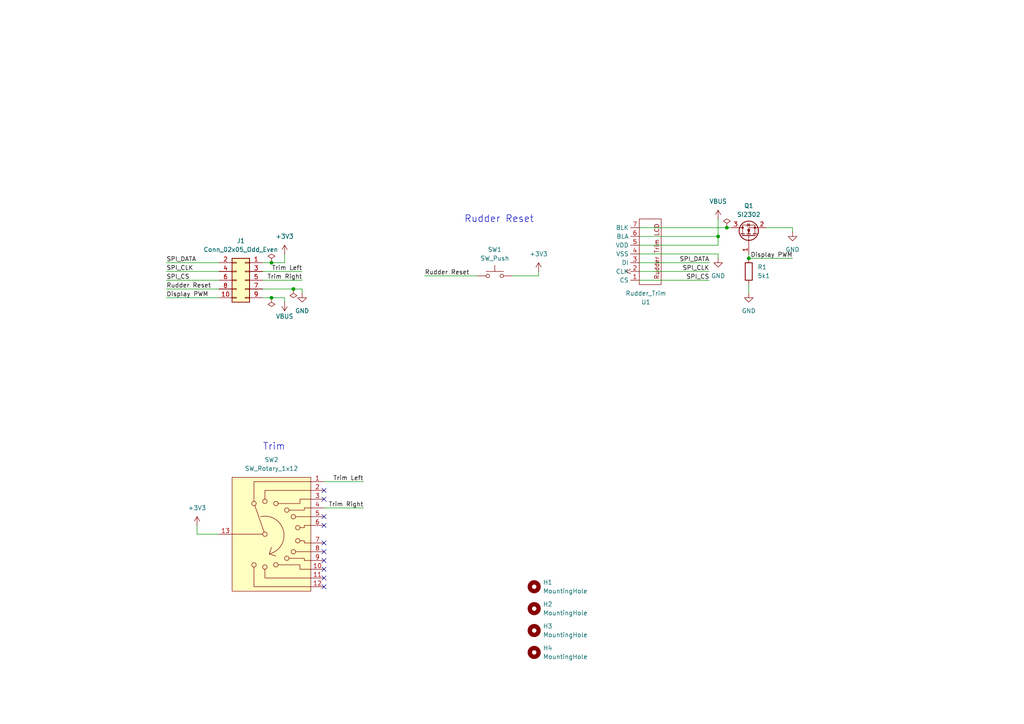
<source format=kicad_sch>
(kicad_sch (version 20231120) (generator "eeschema") (generator_version "8.0")
  (paper "A4")
  (lib_symbols
    (symbol "Connector_Generic:Conn_02x05_Odd_Even" (pin_names (offset 1.016) hide)
      (property "Reference" "J" (at 1.27 7.62 0))
      (property "Value" "Conn_02x05_Odd_Even" (at 1.27 -7.62 0))
      (symbol "Conn_02x05_Odd_Even_1_1"
        (rectangle (start -1.27 -4.953) (end 0 -5.207) (stroke (width 0.1524)))
        (rectangle (start -1.27 -2.413) (end 0 -2.667) (stroke (width 0.1524)))
        (rectangle (start -1.27 0.127) (end 0 -0.127) (stroke (width 0.1524)))
        (rectangle (start -1.27 2.667) (end 0 2.413) (stroke (width 0.1524)))
        (rectangle (start -1.27 5.207) (end 0 4.953) (stroke (width 0.1524)))
        (rectangle (start -1.27 6.35) (end 3.81 -6.35) (stroke (width 0.254)) (fill (type background)))
        (rectangle (start 3.81 -4.953) (end 2.54 -5.207) (stroke (width 0.1524)))
        (rectangle (start 3.81 -2.413) (end 2.54 -2.667) (stroke (width 0.1524)))
        (rectangle (start 3.81 0.127) (end 2.54 -0.127) (stroke (width 0.1524)))
        (rectangle (start 3.81 2.667) (end 2.54 2.413) (stroke (width 0.1524)))
        (rectangle (start 3.81 5.207) (end 2.54 4.953) (stroke (width 0.1524)))
        (pin passive line (at -5.08 5.08 0) (length 3.81) (name "Pin_1") (number "1"))
        (pin passive line (at 7.62 -5.08 180) (length 3.81) (name "Pin_10") (number "10"))
        (pin passive line (at 7.62 5.08 180) (length 3.81) (name "Pin_2") (number "2"))
        (pin passive line (at -5.08 2.54 0) (length 3.81) (name "Pin_3") (number "3"))
        (pin passive line (at 7.62 2.54 180) (length 3.81) (name "Pin_4") (number "4"))
        (pin passive line (at -5.08 0 0) (length 3.81) (name "Pin_5") (number "5"))
        (pin passive line (at 7.62 0 180) (length 3.81) (name "Pin_6") (number "6"))
        (pin passive line (at -5.08 -2.54 0) (length 3.81) (name "Pin_7") (number "7"))
        (pin passive line (at 7.62 -2.54 180) (length 3.81) (name "Pin_8") (number "8"))
        (pin passive line (at -5.08 -5.08 0) (length 3.81) (name "Pin_9") (number "9"))
      )
    )
    (symbol "Device:R" (pin_numbers hide) (pin_names (offset 0))
      (property "Reference" "R" (at 2.032 0 90))
      (property "Value" "R" (at 0 0 90))
      (symbol "R_0_1"
        (rectangle (start -1.016 -2.54) (end 1.016 2.54) (stroke (width 0.254)))
      )
      (symbol "R_1_1"
        (pin passive line (at 0 3.81 270) (length 1.27) (name "~") (number "1"))
        (pin passive line (at 0 -3.81 90) (length 1.27) (name "~") (number "2"))
      )
    )
    (symbol "Kav_Displays:Rudder_Trim"
      (property "Reference" "U" (at 2.54 5.08 0))
      (property "Value" "Rudder_Trim" (at -6.35 5.08 0))
      (symbol "Rudder_Trim_0_1"
        (rectangle (start -8.89 3.81) (end 10.16 -2.54))
      )
      (symbol "Rudder_Trim_1_1"
        (text "Rudder Trim LCD" (at 0.7305 2.56 0) (effects (font (size 1.27 1.27))))
        (pin input line (at -7.62 -2.54 270) (length 2.54) (name "CS") (number "1"))
        (pin input clock (at -5.08 -2.54 270) (length 2.54) (name "CLK") (number "2"))
        (pin input line (at -2.54 -2.54 270) (length 2.54) (name "DI") (number "3"))
        (pin power_in line (at 0 -2.54 270) (length 2.54) (name "VSS") (number "4"))
        (pin power_in line (at 2.54 -2.54 270) (length 2.54) (name "VDD") (number "5"))
        (pin power_in line (at 5.08 -2.54 270) (length 2.54) (name "BLA") (number "6"))
        (pin power_in line (at 7.62 -2.54 270) (length 2.54) (name "BLK") (number "7"))
      )
    )
    (symbol "Mechanical:MountingHole" (pin_names (offset 1.016))
      (property "Reference" "H" (at 0 5.08 0))
      (property "Value" "MountingHole" (at 0 3.175 0))
      (symbol "MountingHole_0_1"
        (circle (center 0 0) (radius 1.27) (stroke (width 1.27)))
      )
    )
    (symbol "Switch:SW_Push" (pin_numbers hide) (pin_names (offset 1.016) hide)
      (property "Reference" "SW" (at 1.27 2.54 0))
      (property "Value" "SW_Push" (at 0 -1.524 0))
      (symbol "SW_Push_0_1"
        (circle (center -2.032 0) (radius 0.508))
        (polyline (pts (xy 0 1.27) (xy 0 3.048)))
        (polyline (pts (xy 2.54 1.27) (xy -2.54 1.27)))
        (circle (center 2.032 0) (radius 0.508))
        (pin passive line (at -5.08 0 0) (length 2.54) (name "1") (number "1"))
        (pin passive line (at 5.08 0 180) (length 2.54) (name "2") (number "2"))
      )
    )
    (symbol "Switch:SW_Rotary_1x12" (pin_names (offset 1.016) hide)
      (property "Reference" "SW" (at 0 17.78 0))
      (property "Value" "SW_Rotary_1x12" (at 0 -17.78 0))
      (symbol "SW_Rotary_1x12_0_0"
        (circle (center -5.08 -8.89) (radius 0.635))
        (circle (center -5.08 8.89) (radius 0.635))
        (circle (center -1.905 -9.525) (radius 0.635))
        (circle (center -1.905 0) (radius 0.635))
        (circle (center -1.905 9.525) (radius 0.635))
        (arc (start -0.635 -5.715) (mid 3.4777 0.949) (end -3.175 5.08))
        (polyline (pts (xy -2.1336 0.6096) (xy -4.826 8.2804)))
        (polyline (pts (xy -0.635 -5.715) (xy 0 -3.81)))
        (polyline (pts (xy -0.635 -5.715) (xy 1.27 -6.35)))
        (polyline (pts (xy 6.985 -5.08) (xy 11.43 -5.08)))
        (polyline (pts (xy 6.985 5.08) (xy 11.43 5.08)))
        (polyline (pts (xy -5.08 -9.525) (xy -5.08 -15.24) (xy 11.43 -15.24)))
        (polyline (pts (xy -5.08 9.525) (xy -5.08 15.24) (xy 11.43 15.24)))
        (polyline (pts (xy -1.905 -10.16) (xy -1.905 -12.7) (xy 11.43 -12.7)))
        (polyline (pts (xy -1.905 10.16) (xy -1.905 12.7) (xy 11.43 12.7)))
        (polyline (pts (xy 1.905 -8.89) (xy 8.255 -8.89) (xy 8.255 -10.16) (xy 11.43 -10.16)))
        (polyline (pts (xy 1.905 8.89) (xy 8.255 8.89) (xy 8.255 10.16) (xy 11.43 10.16)))
        (polyline (pts (xy 5.08 -6.985) (xy 9.525 -6.985) (xy 9.525 -7.62) (xy 11.43 -7.62)))
        (polyline (pts (xy 5.08 6.985) (xy 9.525 6.985) (xy 9.525 7.62) (xy 11.43 7.62)))
        (polyline (pts (xy 8.255 -1.905) (xy 9.525 -1.905) (xy 9.525 -2.54) (xy 11.43 -2.54)))
        (polyline (pts (xy 8.255 1.905) (xy 9.525 1.905) (xy 9.525 2.54) (xy 11.43 2.54)))
        (circle (center 1.27 -8.89) (radius 0.635))
        (circle (center 1.27 8.89) (radius 0.635))
        (circle (center 4.445 -6.985) (radius 0.635))
        (circle (center 4.445 6.985) (radius 0.635))
        (circle (center 6.35 -5.08) (radius 0.635))
        (circle (center 6.35 5.08) (radius 0.635))
        (circle (center 7.62 -1.905) (radius 0.635))
        (circle (center 7.62 1.905) (radius 0.635))
      )
      (symbol "SW_Rotary_1x12_1_1"
        (rectangle (start -11.43 16.51) (end 11.43 -16.51) (fill (type background)))
        (polyline (pts (xy -11.43 0) (xy -2.54 0)))
        (pin passive line (at 15.24 15.24 180) (length 3.81) (name "1") (number "1"))
        (pin passive line (at 15.24 -10.16 180) (length 3.81) (name "10") (number "10"))
        (pin passive line (at 15.24 -12.7 180) (length 3.81) (name "11") (number "11"))
        (pin passive line (at 15.24 -15.24 180) (length 3.81) (name "12") (number "12"))
        (pin passive line (at -15.24 0 0) (length 3.81) (name "13") (number "13"))
        (pin passive line (at 15.24 12.7 180) (length 3.81) (name "2") (number "2"))
        (pin passive line (at 15.24 10.16 180) (length 3.81) (name "3") (number "3"))
        (pin passive line (at 15.24 7.62 180) (length 3.81) (name "4") (number "4"))
        (pin passive line (at 15.24 5.08 180) (length 3.81) (name "5") (number "5"))
        (pin passive line (at 15.24 2.54 180) (length 3.81) (name "6") (number "6"))
        (pin passive line (at 15.24 -2.54 180) (length 3.81) (name "7") (number "7"))
        (pin passive line (at 15.24 -5.08 180) (length 3.81) (name "8") (number "8"))
        (pin passive line (at 15.24 -7.62 180) (length 3.81) (name "9") (number "9"))
      )
    )
    (symbol "Transistor_FET:2N7002K" (pin_names hide)
      (property "Reference" "Q" (at 5.08 1.905 0))
      (property "Value" "2N7002K" (at 5.08 0 0))
      (symbol "2N7002K_0_1"
        (polyline (pts (xy 0.254 0) (xy -2.54 0)))
        (polyline (pts (xy 0.254 1.905) (xy 0.254 -1.905)) (stroke (width 0.254)))
        (polyline (pts (xy 0.762 -1.27) (xy 0.762 -2.286)) (stroke (width 0.254)))
        (polyline (pts (xy 0.762 0.508) (xy 0.762 -0.508)) (stroke (width 0.254)))
        (polyline (pts (xy 0.762 2.286) (xy 0.762 1.27)) (stroke (width 0.254)))
        (polyline (pts (xy 2.54 2.54) (xy 2.54 1.778)))
        (polyline (pts (xy 2.54 -2.54) (xy 2.54 0) (xy 0.762 0)))
        (polyline (pts (xy 0.762 -1.778) (xy 3.302 -1.778) (xy 3.302 1.778) (xy 0.762 1.778)))
        (polyline (pts (xy 1.016 0) (xy 2.032 0.381) (xy 2.032 -0.381) (xy 1.016 0)) (fill (type outline)))
        (polyline (pts (xy 2.794 0.508) (xy 2.921 0.381) (xy 3.683 0.381) (xy 3.81 0.254)))
        (polyline (pts (xy 3.302 0.381) (xy 2.921 -0.254) (xy 3.683 -0.254) (xy 3.302 0.381)))
        (circle (center 1.651 0) (radius 2.794) (stroke (width 0.254)))
        (circle (center 2.54 -1.778) (radius 0.254) (fill (type outline)))
        (circle (center 2.54 1.778) (radius 0.254) (fill (type outline)))
      )
      (symbol "2N7002K_1_1"
        (pin input line (at -5.08 0 0) (length 2.54) (name "G") (number "1"))
        (pin passive line (at 2.54 -5.08 90) (length 2.54) (name "S") (number "2"))
        (pin passive line (at 2.54 5.08 270) (length 2.54) (name "D") (number "3"))
      )
    )
    (symbol "power:+3V3" (power) (pin_numbers hide) (pin_names (offset 0) hide)
      (property "Value" "+3V3" (at 0 3.556 0))
      (symbol "+3V3_0_1"
        (polyline (pts (xy -0.762 1.27) (xy 0 2.54)))
        (polyline (pts (xy 0 0) (xy 0 2.54)))
        (polyline (pts (xy 0 2.54) (xy 0.762 1.27)))
      )
      (symbol "+3V3_1_1"
        (pin power_in line (at 0 0 90) (length 0) (name "~") (number "1"))
      )
    )
    (symbol "power:GND" (power) (pin_numbers hide) (pin_names (offset 0) hide)
      (property "Value" "GND" (at 0 -3.81 0))
      (symbol "GND_0_1"
        (polyline (pts (xy 0 0) (xy 0 -1.27) (xy 1.27 -1.27) (xy 0 -2.54) (xy -1.27 -1.27) (xy 0 -1.27)))
      )
      (symbol "GND_1_1"
        (pin power_in line (at 0 0 270) (length 0) (name "~") (number "1"))
      )
    )
    (symbol "power:PWR_FLAG" (power) (pin_numbers hide) (pin_names (offset 0) hide)
      (property "Value" "PWR_FLAG" (at 0 3.81 0))
      (symbol "PWR_FLAG_0_0"
        (pin power_out line (at 0 0 90) (length 0) (name "~") (number "1"))
      )
      (symbol "PWR_FLAG_0_1"
        (polyline (pts (xy 0 0) (xy 0 1.27) (xy -1.016 1.905) (xy 0 2.54) (xy 1.016 1.905) (xy 0 1.27)))
      )
    )
    (symbol "power:VBUS" (power) (pin_numbers hide) (pin_names (offset 0) hide)
      (property "Value" "VBUS" (at 0 3.556 0))
      (symbol "VBUS_0_1"
        (polyline (pts (xy -0.762 1.27) (xy 0 2.54)))
        (polyline (pts (xy 0 0) (xy 0 2.54)))
        (polyline (pts (xy 0 2.54) (xy 0.762 1.27)))
      )
      (symbol "VBUS_1_1"
        (pin power_in line (at 0 0 90) (length 0) (name "~") (number "1"))
      )
    )
  )
  (junction (at 210.82 66.04))
  (junction (at 217.17 74.93))
  (junction (at 85.09 83.82))
  (junction (at 78.74 86.36))
  (junction (at 78.74 76.2))
  (junction (at 208.28 68.58))
  (no_connect (at 93.98 162.56))
  (no_connect (at 93.98 170.18))
  (no_connect (at 93.98 157.48))
  (no_connect (at 93.98 142.24))
  (no_connect (at 93.98 165.1))
  (no_connect (at 93.98 167.64))
  (no_connect (at 93.98 144.78))
  (no_connect (at 93.98 149.86))
  (no_connect (at 93.98 152.4))
  (no_connect (at 93.98 160.02))
  (wire (pts (xy 185.42 71.12) (xy 208.28 71.12)))
  (wire (pts (xy 76.2 83.82) (xy 85.09 83.82)))
  (wire (pts (xy 87.63 83.82) (xy 87.63 85.09)))
  (wire (pts (xy 208.28 68.58) (xy 208.28 71.12)))
  (wire (pts (xy 222.25 66.04) (xy 229.87 66.04)))
  (wire (pts (xy 185.42 81.28) (xy 205.74 81.28)))
  (wire (pts (xy 48.26 86.36) (xy 63.5 86.36)))
  (wire (pts (xy 85.09 83.82) (xy 87.63 83.82)))
  (wire (pts (xy 185.42 78.74) (xy 205.74 78.74)))
  (wire (pts (xy 229.87 66.04) (xy 229.87 67.31)))
  (wire (pts (xy 217.17 73.66) (xy 217.17 74.93)))
  (wire (pts (xy 78.74 76.2) (xy 82.55 76.2)))
  (wire (pts (xy 57.15 154.94) (xy 63.5 154.94)))
  (wire (pts (xy 123.19 80.01) (xy 138.43 80.01)))
  (wire (pts (xy 208.28 73.66) (xy 208.28 74.93)))
  (wire (pts (xy 185.42 66.04) (xy 210.82 66.04)))
  (wire (pts (xy 78.74 86.36) (xy 82.55 86.36)))
  (wire (pts (xy 156.21 78.74) (xy 156.21 80.01)))
  (wire (pts (xy 185.42 68.58) (xy 208.28 68.58)))
  (wire (pts (xy 57.15 152.4) (xy 57.15 154.94)))
  (wire (pts (xy 217.17 74.93) (xy 229.87 74.93)))
  (wire (pts (xy 76.2 86.36) (xy 78.74 86.36)))
  (wire (pts (xy 93.98 139.7) (xy 105.41 139.7)))
  (wire (pts (xy 82.55 86.36) (xy 82.55 87.63)))
  (wire (pts (xy 93.98 147.32) (xy 105.41 147.32)))
  (wire (pts (xy 82.55 73.66) (xy 82.55 76.2)))
  (wire (pts (xy 76.2 78.74) (xy 87.63 78.74)))
  (wire (pts (xy 185.42 76.2) (xy 205.74 76.2)))
  (wire (pts (xy 76.2 81.28) (xy 87.63 81.28)))
  (wire (pts (xy 48.26 81.28) (xy 63.5 81.28)))
  (wire (pts (xy 208.28 63.5) (xy 208.28 68.58)))
  (wire (pts (xy 210.82 66.04) (xy 212.09 66.04)))
  (wire (pts (xy 185.42 73.66) (xy 208.28 73.66)))
  (wire (pts (xy 48.26 83.82) (xy 63.5 83.82)))
  (wire (pts (xy 76.2 76.2) (xy 78.74 76.2)))
  (wire (pts (xy 48.26 78.74) (xy 63.5 78.74)))
  (wire (pts (xy 48.26 76.2) (xy 63.5 76.2)))
  (wire (pts (xy 148.59 80.01) (xy 156.21 80.01)))
  (wire (pts (xy 217.17 82.55) (xy 217.17 85.09)))
  (text "Rudder Reset" (at 134.62 64.77 0) (effects (font (size 2 2)) (justify left bottom)))
  (text "Trim" (at 76.2 130.81 0) (effects (font (size 2 2)) (justify left bottom)))
  (label "Display PWM" (at 48.26 86.36 0))
  (label "Display PWM" (at 229.87 74.93 180))
  (label "Trim Left" (at 105.41 139.7 180))
  (label "Rudder Reset" (at 48.26 83.82 0))
  (label "SPI_CS" (at 48.26 81.28 0))
  (label "SPI_CLK" (at 48.26 78.74 0))
  (label "SPI_DATA" (at 48.26 76.2 0))
  (label "Trim Right" (at 105.41 147.32 180))
  (label "SPI_CLK" (at 205.74 78.74 180))
  (label "Rudder Reset" (at 123.19 80.01 0))
  (label "SPI_CS" (at 205.74 81.28 180))
  (label "SPI_DATA" (at 205.74 76.2 180))
  (label "Trim Left" (at 87.63 78.74 180))
  (label "Trim Right" (at 87.63 81.28 180))
  (symbol (lib_id "power:+3V3") (at 82.55 73.66 0) (unit 1)
    (property "Reference" "#PWR025" (effects (hide yes)))
    (property "Value" "+3V3" (at 82.55 68.58 0))
  )
  (symbol (lib_id "Switch:SW_Rotary_1x12") (at 78.74 154.94 0) (unit 1)
    (property "Reference" "SW2" (at 78.74 133.35 0))
    (property "Value" "SW_Rotary_1x12" (at 78.74 135.89 0))
    (property "Footprint" "NiasStuff:C&K_Rotary_Switches" (effects (hide yes)))
    (property "Datasheet" "https://www.mouser.de/datasheet/2/240/arotary-3050724.pdf" (effects (hide yes)))
    (property "JLCPCB Part" "N/A" (effects (hide yes)))
    (property "Manufracturer" "C&K" (effects (hide yes)))
    (property "Manufracturer Part Number" "A12505RNZQ " (effects (hide yes)))
  )
  (symbol (lib_id "Mechanical:MountingHole") (at 154.94 176.53 0) (unit 1) (in_bom no)
    (property "Reference" "H2" (at 157.48 175.26 0) (effects (justify left)))
    (property "Value" "MountingHole" (at 157.48 177.8 0) (effects (justify left)))
    (property "Footprint" "MountingHole:MountingHole_2.2mm_M2" (effects (hide yes)))
  )
  (symbol (lib_id "power:GND") (at 217.17 85.09 0) (unit 1)
    (property "Reference" "#PWR04" (effects (hide yes)))
    (property "Value" "GND" (at 217.17 90.17 0))
  )
  (symbol (lib_id "Device:R") (at 217.17 78.74 180) (unit 1)
    (property "Reference" "R1" (at 219.71 77.47 0) (effects (justify right)))
    (property "Value" "5k1" (at 219.71 80.01 0) (effects (justify right)))
    (property "Footprint" "Resistor_SMD:R_0603_1608Metric" (effects (hide yes)))
    (property "Datasheet" "https://www.lcsc.com/datasheet/lcsc_datasheet_2206010116_UNI-ROYAL-Uniroyal-Elec-0603WAF5101T5E_C23186.pdf" (effects (hide yes)))
    (property "JLCPCB Part" "C23186" (effects (hide yes)))
    (property "Manufracturer" "UNI-ROYAL(Uniroyal Elec)" (effects (hide yes)))
    (property "Manufracturer Part Number" "0603WAF5101T5E" (effects (hide yes)))
  )
  (symbol (lib_id "Switch:SW_Push") (at 143.51 80.01 0) (unit 1)
    (property "Reference" "SW1" (at 143.51 72.39 0))
    (property "Value" "SW_Push" (at 143.51 74.93 0))
    (property "Footprint" "Button_Switch_SMD:SW_Push_1TS009xxxx-xxxx-xxxx_6x6x5mm" (effects (hide yes)))
    (property "Datasheet" "https://www.lcsc.com/datasheet/lcsc_datasheet_1811151231_HYP--Hongyuan-Precision-1TS009A-1800-5000-CT_C319409.pdf" (effects (hide yes)))
    (property "JLCPCB Part" "C319409" (effects (hide yes)))
    (property "Manufracturer" "HYP (Hongyuan Precision)" (effects (hide yes)))
    (property "Manufracturer Part Number" "1TS009A-1800-5000-CT" (effects (hide yes)))
  )
  (symbol (lib_id "Transistor_FET:2N7002K") (at 217.17 68.58 90) (unit 1)
    (property "Reference" "Q1" (at 217.17 59.69 90))
    (property "Value" "SI2302" (at 217.17 62.23 90))
    (property "Footprint" "Package_TO_SOT_SMD:SOT-23" (effects (hide yes)))
    (property "Datasheet" "https://www.diodes.com/assets/Datasheets/ds30896.pdf" (effects (hide yes)))
    (property "Description" "0.38A Id, 60V Vds, N-Channel MOSFET, SOT-23" (effects (hide yes)))
    (property "Manufracturer" "YONGYUTAI" (effects (hide yes)))
    (property "Manufracturer Part Number" "SI2302" (effects (hide yes)))
    (property "JLCPCB Part" "C2891732" (effects (hide yes)))
  )
  (symbol (lib_id "power:PWR_FLAG") (at 85.09 83.82 180) (unit 1)
    (property "Reference" "#FLG02" (effects (hide yes)))
    (property "Value" "PWR_FLAG" (effects (hide yes)))
    (property "Description" "Special symbol for telling ERC where power comes from" (effects (hide yes)))
  )
  (symbol (lib_id "power:GND") (at 87.63 85.09 0) (unit 1)
    (property "Reference" "#PWR027" (effects (hide yes)))
    (property "Value" "GND" (at 87.63 90.17 0))
  )
  (symbol (lib_id "power:PWR_FLAG") (at 78.74 76.2 0) (unit 1)
    (property "Reference" "#FLG01" (effects (hide yes)))
    (property "Value" "PWR_FLAG" (effects (hide yes)))
    (property "Description" "Special symbol for telling ERC where power comes from" (effects (hide yes)))
  )
  (symbol (lib_id "power:+3V3") (at 57.15 152.4 0) (unit 1)
    (property "Reference" "#PWR029" (effects (hide yes)))
    (property "Value" "+3V3" (at 57.15 147.32 0))
  )
  (symbol (lib_id "power:GND") (at 229.87 67.31 0) (unit 1)
    (property "Reference" "#PWR03" (effects (hide yes)))
    (property "Value" "GND" (at 229.87 72.39 0))
  )
  (symbol (lib_id "Mechanical:MountingHole") (at 154.94 170.18 0) (unit 1) (in_bom no)
    (property "Reference" "H1" (at 157.48 168.91 0) (effects (justify left)))
    (property "Value" "MountingHole" (at 157.48 171.45 0) (effects (justify left)))
    (property "Footprint" "MountingHole:MountingHole_2.2mm_M2" (effects (hide yes)))
  )
  (symbol (lib_id "power:+3V3") (at 156.21 78.74 0) (unit 1)
    (property "Reference" "#PWR028" (effects (hide yes)))
    (property "Value" "+3V3" (at 156.21 73.66 0))
  )
  (symbol (lib_id "Connector_Generic:Conn_02x05_Odd_Even") (at 71.12 81.28 0) (mirror y) (unit 1)
    (property "Reference" "J1" (at 69.85 69.85 0))
    (property "Value" "Conn_02x05_Odd_Even" (at 69.85 72.39 0))
    (property "Footprint" "Connector_IDC:IDC-Header_2x05_P2.54mm_Vertical" (effects (hide yes)))
    (property "Datasheet" "https://www.lcsc.com/datasheet/lcsc_datasheet_1810281612_BOOMELE-Boom-Precision-Elec-2-54-2-5P_C5665.pdf" (effects (hide yes)))
    (property "JLCPCB Part" "C5665" (effects (hide yes)))
    (property "Manufracturer" "BOOMELE(Boom Precision Elec)" (effects (hide yes)))
    (property "Manufracturer Part Number" "2.54-2*5P" (effects (hide yes)))
  )
  (symbol (lib_id "Mechanical:MountingHole") (at 154.94 189.23 0) (unit 1) (in_bom no)
    (property "Reference" "H4" (at 157.48 187.96 0) (effects (justify left)))
    (property "Value" "MountingHole" (at 157.48 190.5 0) (effects (justify left)))
    (property "Footprint" "MountingHole:MountingHole_2.2mm_M2" (effects (hide yes)))
  )
  (symbol (lib_id "power:PWR_FLAG") (at 210.82 66.04 0) (unit 1)
    (property "Reference" "#FLG04" (effects (hide yes)))
    (property "Value" "PWR_FLAG" (effects (hide yes)))
    (property "Description" "Special symbol for telling ERC where power comes from" (effects (hide yes)))
  )
  (symbol (lib_id "Mechanical:MountingHole") (at 154.94 182.88 0) (unit 1) (in_bom no)
    (property "Reference" "H3" (at 157.48 181.61 0) (effects (justify left)))
    (property "Value" "MountingHole" (at 157.48 184.15 0) (effects (justify left)))
    (property "Footprint" "MountingHole:MountingHole_2.2mm_M2" (effects (hide yes)))
  )
  (symbol (lib_id "power:VBUS") (at 208.28 63.5 0) (unit 1)
    (property "Reference" "#PWR01" (effects (hide yes)))
    (property "Value" "VBUS" (at 208.28 58.42 0))
  )
  (symbol (lib_id "power:PWR_FLAG") (at 78.74 86.36 180) (unit 1)
    (property "Reference" "#FLG03" (effects (hide yes)))
    (property "Value" "PWR_FLAG" (effects (hide yes)))
    (property "Description" "Special symbol for telling ERC where power comes from" (effects (hide yes)))
  )
  (symbol (lib_id "Kav_Displays:Rudder_Trim") (at 187.96 73.66 270) (mirror x) (unit 1)
    (property "Reference" "U1" (at 187.325 87.63 90))
    (property "Value" "Rudder_Trim" (at 187.325 85.09 90))
    (property "Footprint" "Kav_Simulations:Rudder_Trim" (effects (hide yes)))
    (property "Datasheet" "https://github.com/Jak-Kav/A3xx-LCD-Devices/blob/main/RADIO_BATT_RUD_TCAS/Documentation/A3xx_Rudder_Trim_LCD_Data_Sheet.pdf" (effects (hide yes)))
    (property "Description" "Kav Simulations LCD device for rudder trim" (effects (hide yes)))
  )
  (symbol (lib_id "power:GND") (at 208.28 74.93 0) (unit 1)
    (property "Reference" "#PWR02" (effects (hide yes)))
    (property "Value" "GND" (at 208.28 80.01 0))
  )
  (symbol (lib_id "power:VBUS") (at 82.55 87.63 180) (unit 1)
    (property "Reference" "#PWR026" (effects (hide yes)))
    (property "Value" "VBUS" (at 82.55 91.7631 0))
  )
)
</source>
